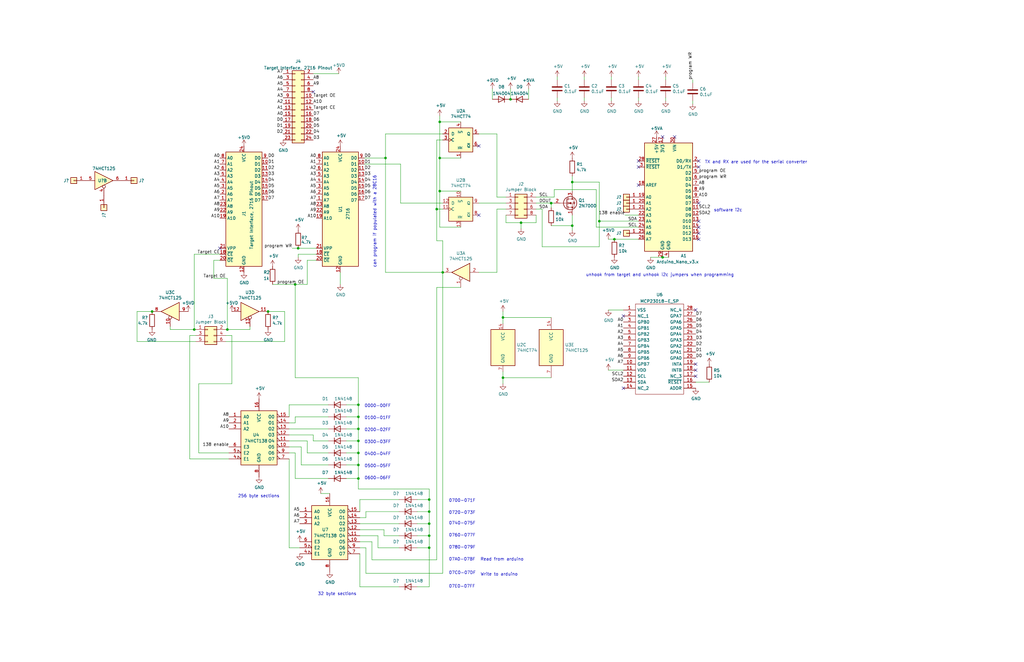
<source format=kicad_sch>
(kicad_sch (version 20211123) (generator eeschema)
  (paper "B")
  (title_block (title "Demon Debugger ROM-IO Interface - I2C Version") (date "2022-02-27") (rev "C"))
  (junction (at 180.975 220.98))
  (junction (at 241.3 95.25))
  (junction (at 184.15 88.265))
  (junction (at 252.73 93.345))
  (junction (at 186.69 114.935))
  (junction (at 180.975 215.9))
  (junction (at 124.46 120.015))
  (junction (at 212.09 133.985))
  (junction (at 125.73 104.775))
  (junction (at 215.265 41.91))
  (junction (at 232.41 85.725))
  (junction (at 185.42 66.675))
  (junction (at 64.135 131.445))
  (junction (at 259.08 100.965))
  (junction (at 279.4 108.585))
  (junction (at 151.13 180.975))
  (junction (at 180.975 226.06))
  (junction (at 151.13 170.815))
  (junction (at 81.915 139.065))
  (junction (at 185.42 80.645))
  (junction (at 212.09 159.385))
  (junction (at 180.975 231.14))
  (junction (at 95.885 139.065))
  (junction (at 180.975 210.82))
  (junction (at 151.13 186.055))
  (junction (at 241.3 76.835))
  (junction (at 185.42 51.435))
  (junction (at 219.71 93.98))
  (junction (at 113.03 131.445))
  (junction (at 151.13 201.93))
  (junction (at 151.13 175.895))
  (junction (at 151.13 196.215))
  (junction (at 151.13 191.135))
  (junction (at 162.56 66.675))
  (no_connect (at 201.93 61.595))
  (no_connect (at 279.4 57.785))
  (no_connect (at 132.08 38.735))
  (no_connect (at 293.37 153.67))
  (no_connect (at 262.89 163.83))
  (no_connect (at 294.64 93.345))
  (no_connect (at 269.24 67.945))
  (no_connect (at 284.48 57.785))
  (no_connect (at 293.37 156.21))
  (no_connect (at 269.24 70.485))
  (no_connect (at 294.64 70.485))
  (no_connect (at 294.64 98.425))
  (no_connect (at 269.24 78.105))
  (no_connect (at 294.64 95.885))
  (no_connect (at 294.64 67.945))
  (no_connect (at 294.64 85.725))
  (no_connect (at 92.71 104.775))
  (no_connect (at 294.64 100.965))
  (no_connect (at 262.89 133.35))
  (no_connect (at 293.37 130.81))
  (no_connect (at 201.93 90.805))
  (no_connect (at 293.37 158.75))
  (wire (pts (xy 256.54 100.965) (xy 259.08 100.965)))
  (wire (pts (xy 252.73 76.835) (xy 252.73 93.345)))
  (wire (pts (xy 201.93 56.515) (xy 209.55 56.515)))
  (wire (pts (xy 232.41 85.725) (xy 232.41 87.63)))
  (wire (pts (xy 83.82 161.925) (xy 97.79 161.925)))
  (wire (pts (xy 185.42 66.675) (xy 194.31 66.675)))
  (wire (pts (xy 293.37 161.29) (xy 299.085 161.29)))
  (wire (pts (xy 168.91 69.215) (xy 168.91 85.725)))
  (wire (pts (xy 233.68 83.185) (xy 233.68 80.01)))
  (wire (pts (xy 121.92 191.135) (xy 124.46 191.135)))
  (wire (pts (xy 186.69 114.935) (xy 186.69 241.935)))
  (wire (pts (xy 256.54 156.21) (xy 262.89 156.21)))
  (wire (pts (xy 105.41 139.065) (xy 105.41 137.795)))
  (wire (pts (xy 280.67 41.275) (xy 280.67 42.545)))
  (wire (pts (xy 96.52 193.675) (xy 80.01 193.675)))
  (wire (pts (xy 121.92 193.675) (xy 121.92 231.14)))
  (wire (pts (xy 124.46 178.435) (xy 124.46 175.895)))
  (wire (pts (xy 234.95 32.385) (xy 234.95 33.655)))
  (wire (pts (xy 151.765 228.6) (xy 156.845 228.6)))
  (wire (pts (xy 146.05 170.815) (xy 151.13 170.815)))
  (wire (pts (xy 132.08 186.055) (xy 138.43 186.055)))
  (wire (pts (xy 82.55 141.605) (xy 80.01 141.605)))
  (wire (pts (xy 212.09 159.385) (xy 212.09 161.925)))
  (wire (pts (xy 213.36 93.98) (xy 219.71 93.98)))
  (wire (pts (xy 215.265 37.465) (xy 215.265 41.91)))
  (wire (pts (xy 184.15 59.055) (xy 184.15 88.265)))
  (wire (pts (xy 219.71 93.98) (xy 226.06 93.98)))
  (wire (pts (xy 185.42 48.895) (xy 185.42 51.435)))
  (wire (pts (xy 71.755 139.065) (xy 71.755 137.795)))
  (wire (pts (xy 161.925 226.06) (xy 168.275 226.06)))
  (wire (pts (xy 175.895 231.14) (xy 180.975 231.14)))
  (wire (pts (xy 121.92 178.435) (xy 124.46 178.435)))
  (wire (pts (xy 124.46 159.385) (xy 124.46 120.015)))
  (wire (pts (xy 241.3 76.835) (xy 241.3 80.645)))
  (wire (pts (xy 292.1 33.655) (xy 292.1 34.925)))
  (wire (pts (xy 213.36 83.185) (xy 209.55 83.185)))
  (wire (pts (xy 121.92 175.895) (xy 121.92 170.815)))
  (wire (pts (xy 180.975 206.375) (xy 151.13 206.375)))
  (wire (pts (xy 226.06 90.805) (xy 226.06 93.98)))
  (wire (pts (xy 83.82 191.135) (xy 83.82 161.925)))
  (wire (pts (xy 151.13 186.055) (xy 151.13 191.135)))
  (wire (pts (xy 209.55 88.265) (xy 209.55 114.935)))
  (wire (pts (xy 184.15 121.285) (xy 194.31 121.285)))
  (wire (pts (xy 154.305 218.44) (xy 154.305 215.9)))
  (wire (pts (xy 133.35 109.855) (xy 129.54 109.855)))
  (wire (pts (xy 226.06 83.185) (xy 233.68 83.185)))
  (wire (pts (xy 168.275 247.65) (xy 151.765 247.65)))
  (wire (pts (xy 151.13 196.215) (xy 146.05 196.215)))
  (wire (pts (xy 127 188.595) (xy 127 196.215)))
  (wire (pts (xy 81.915 139.065) (xy 82.55 139.065)))
  (wire (pts (xy 280.67 32.385) (xy 280.67 33.655)))
  (wire (pts (xy 146.05 191.135) (xy 151.13 191.135)))
  (wire (pts (xy 135.255 208.28) (xy 139.065 208.28)))
  (wire (pts (xy 95.25 139.065) (xy 95.885 139.065)))
  (wire (pts (xy 151.13 191.135) (xy 151.13 196.215)))
  (wire (pts (xy 234.95 41.275) (xy 234.95 42.545)))
  (wire (pts (xy 186.69 101.6) (xy 186.69 114.935)))
  (wire (pts (xy 92.71 109.855) (xy 90.17 109.855)))
  (wire (pts (xy 162.56 56.515) (xy 162.56 66.675)))
  (wire (pts (xy 121.92 183.515) (xy 132.08 183.515)))
  (wire (pts (xy 228.6 88.265) (xy 228.6 104.14)))
  (wire (pts (xy 241.3 76.835) (xy 252.73 76.835)))
  (wire (pts (xy 81.915 107.315) (xy 81.915 139.065)))
  (wire (pts (xy 184.15 88.265) (xy 186.69 88.265)))
  (wire (pts (xy 162.56 56.515) (xy 186.69 56.515)))
  (wire (pts (xy 213.36 88.265) (xy 209.55 88.265)))
  (wire (pts (xy 269.24 41.275) (xy 269.24 42.545)))
  (wire (pts (xy 151.13 159.385) (xy 151.13 170.815)))
  (wire (pts (xy 121.92 170.815) (xy 138.43 170.815)))
  (wire (pts (xy 175.895 220.98) (xy 180.975 220.98)))
  (wire (pts (xy 90.17 117.475) (xy 90.17 109.855)))
  (wire (pts (xy 212.09 131.445) (xy 212.09 133.985)))
  (wire (pts (xy 292.1 42.545) (xy 292.1 43.815)))
  (wire (pts (xy 257.81 32.385) (xy 257.81 33.655)))
  (wire (pts (xy 257.81 41.275) (xy 257.81 42.545)))
  (wire (pts (xy 201.93 114.935) (xy 209.55 114.935)))
  (wire (pts (xy 212.09 156.845) (xy 212.09 159.385)))
  (wire (pts (xy 97.79 161.925) (xy 97.79 141.605)))
  (wire (pts (xy 251.46 80.01) (xy 251.46 95.885)))
  (wire (pts (xy 222.885 37.465) (xy 222.885 41.91)))
  (wire (pts (xy 57.785 144.145) (xy 57.785 131.445)))
  (wire (pts (xy 154.305 215.9) (xy 168.275 215.9)))
  (wire (pts (xy 212.09 133.985) (xy 232.41 133.985)))
  (wire (pts (xy 138.43 201.93) (xy 124.46 201.93)))
  (wire (pts (xy 269.24 93.345) (xy 252.73 93.345)))
  (wire (pts (xy 168.91 85.725) (xy 186.69 85.725)))
  (wire (pts (xy 146.05 186.055) (xy 151.13 186.055)))
  (wire (pts (xy 132.08 31.115) (xy 142.875 31.115)))
  (wire (pts (xy 146.05 180.975) (xy 151.13 180.975)))
  (wire (pts (xy 151.765 231.14) (xy 154.305 231.14)))
  (wire (pts (xy 114.935 120.015) (xy 124.46 120.015)))
  (wire (pts (xy 246.38 32.385) (xy 246.38 33.655)))
  (wire (pts (xy 162.56 114.935) (xy 186.69 114.935)))
  (wire (pts (xy 175.895 226.06) (xy 180.975 226.06)))
  (wire (pts (xy 175.895 210.82) (xy 180.975 210.82)))
  (wire (pts (xy 123.19 104.775) (xy 125.73 104.775)))
  (wire (pts (xy 184.15 59.055) (xy 186.69 59.055)))
  (wire (pts (xy 212.09 159.385) (xy 232.41 159.385)))
  (wire (pts (xy 232.41 85.725) (xy 233.68 85.725)))
  (wire (pts (xy 184.15 236.22) (xy 184.15 121.285)))
  (wire (pts (xy 71.755 139.065) (xy 81.915 139.065)))
  (wire (pts (xy 153.67 66.675) (xy 162.56 66.675)))
  (wire (pts (xy 129.54 186.055) (xy 121.92 186.055)))
  (wire (pts (xy 121.92 231.14) (xy 126.365 231.14)))
  (wire (pts (xy 251.46 95.885) (xy 269.24 95.885)))
  (wire (pts (xy 151.765 210.82) (xy 168.275 210.82)))
  (wire (pts (xy 124.46 159.385) (xy 151.13 159.385)))
  (wire (pts (xy 129.54 191.135) (xy 129.54 186.055)))
  (wire (pts (xy 124.46 120.015) (xy 129.54 120.015)))
  (wire (pts (xy 180.975 210.82) (xy 180.975 215.9)))
  (wire (pts (xy 185.42 66.675) (xy 185.42 80.645)))
  (wire (pts (xy 120.015 144.145) (xy 95.25 144.145)))
  (wire (pts (xy 241.3 74.295) (xy 241.3 76.835)))
  (wire (pts (xy 146.05 201.93) (xy 151.13 201.93)))
  (wire (pts (xy 124.46 201.93) (xy 124.46 191.135)))
  (wire (pts (xy 81.915 107.315) (xy 92.71 107.315)))
  (wire (pts (xy 121.92 180.975) (xy 138.43 180.975)))
  (wire (pts (xy 151.765 247.65) (xy 151.765 233.68)))
  (wire (pts (xy 185.42 51.435) (xy 194.31 51.435)))
  (wire (pts (xy 279.4 108.585) (xy 281.94 108.585)))
  (wire (pts (xy 80.01 141.605) (xy 80.01 193.675)))
  (wire (pts (xy 185.42 51.435) (xy 185.42 66.675)))
  (wire (pts (xy 184.15 101.6) (xy 186.69 101.6)))
  (wire (pts (xy 129.54 109.855) (xy 129.54 120.015)))
  (wire (pts (xy 125.73 104.775) (xy 133.35 104.775)))
  (wire (pts (xy 151.765 215.9) (xy 151.765 210.82)))
  (wire (pts (xy 154.305 241.935) (xy 154.305 231.14)))
  (wire (pts (xy 151.13 175.895) (xy 151.13 180.975)))
  (wire (pts (xy 124.46 175.895) (xy 138.43 175.895)))
  (wire (pts (xy 269.24 32.385) (xy 269.24 33.655)))
  (wire (pts (xy 151.765 220.98) (xy 168.275 220.98)))
  (wire (pts (xy 138.43 191.135) (xy 129.54 191.135)))
  (wire (pts (xy 185.42 80.645) (xy 194.31 80.645)))
  (wire (pts (xy 151.13 201.93) (xy 151.13 196.215)))
  (wire (pts (xy 57.785 131.445) (xy 64.135 131.445)))
  (wire (pts (xy 226.06 88.265) (xy 228.6 88.265)))
  (wire (pts (xy 263.525 90.805) (xy 269.24 90.805)))
  (wire (pts (xy 274.32 108.585) (xy 279.4 108.585)))
  (wire (pts (xy 252.73 93.345) (xy 252.73 104.14)))
  (wire (pts (xy 159.385 231.14) (xy 159.385 226.06)))
  (wire (pts (xy 151.13 206.375) (xy 151.13 201.93)))
  (wire (pts (xy 168.275 231.14) (xy 159.385 231.14)))
  (wire (pts (xy 175.895 215.9) (xy 180.975 215.9)))
  (wire (pts (xy 233.68 80.01) (xy 251.46 80.01)))
  (wire (pts (xy 209.55 83.185) (xy 209.55 56.515)))
  (wire (pts (xy 125.73 107.315) (xy 133.35 107.315)))
  (wire (pts (xy 201.93 85.725) (xy 213.36 85.725)))
  (wire (pts (xy 241.3 90.805) (xy 241.3 95.25)))
  (wire (pts (xy 161.925 223.52) (xy 161.925 226.06)))
  (wire (pts (xy 162.56 66.675) (xy 162.56 114.935)))
  (wire (pts (xy 95.885 117.475) (xy 90.17 117.475)))
  (wire (pts (xy 180.975 220.98) (xy 180.975 226.06)))
  (wire (pts (xy 156.845 228.6) (xy 156.845 236.22)))
  (wire (pts (xy 143.51 114.935) (xy 143.51 120.015)))
  (wire (pts (xy 175.895 247.65) (xy 180.975 247.65)))
  (wire (pts (xy 95.885 139.065) (xy 105.41 139.065)))
  (wire (pts (xy 184.15 88.265) (xy 184.15 101.6)))
  (wire (pts (xy 120.015 131.445) (xy 120.015 144.145)))
  (wire (pts (xy 153.67 69.215) (xy 168.91 69.215)))
  (wire (pts (xy 121.92 188.595) (xy 127 188.595)))
  (wire (pts (xy 146.05 175.895) (xy 151.13 175.895)))
  (wire (pts (xy 151.13 180.975) (xy 151.13 186.055)))
  (wire (pts (xy 113.03 131.445) (xy 120.015 131.445)))
  (wire (pts (xy 127 196.215) (xy 138.43 196.215)))
  (wire (pts (xy 180.975 231.14) (xy 180.975 247.65)))
  (wire (pts (xy 159.385 226.06) (xy 151.765 226.06)))
  (wire (pts (xy 232.41 95.25) (xy 241.3 95.25)))
  (wire (pts (xy 246.38 41.275) (xy 246.38 42.545)))
  (wire (pts (xy 259.08 100.965) (xy 269.24 100.965)))
  (wire (pts (xy 185.42 80.645) (xy 185.42 95.885)))
  (wire (pts (xy 180.975 226.06) (xy 180.975 231.14)))
  (wire (pts (xy 212.09 133.985) (xy 212.09 136.525)))
  (wire (pts (xy 228.6 104.14) (xy 252.73 104.14)))
  (wire (pts (xy 83.82 191.135) (xy 96.52 191.135)))
  (wire (pts (xy 207.645 41.91) (xy 207.645 37.465)))
  (wire (pts (xy 180.975 210.82) (xy 180.975 206.375)))
  (wire (pts (xy 226.06 85.725) (xy 232.41 85.725)))
  (wire (pts (xy 97.79 141.605) (xy 95.25 141.605)))
  (wire (pts (xy 151.13 170.815) (xy 151.13 175.895)))
  (wire (pts (xy 219.71 93.98) (xy 219.71 96.52)))
  (wire (pts (xy 241.3 95.25) (xy 241.3 97.155)))
  (wire (pts (xy 180.975 215.9) (xy 180.975 220.98)))
  (wire (pts (xy 256.54 130.81) (xy 262.89 130.81)))
  (wire (pts (xy 95.885 117.475) (xy 95.885 139.065)))
  (wire (pts (xy 151.765 223.52) (xy 161.925 223.52)))
  (wire (pts (xy 82.55 144.145) (xy 57.785 144.145)))
  (wire (pts (xy 132.08 183.515) (xy 132.08 186.055)))
  (wire (pts (xy 213.36 90.805) (xy 213.36 93.98)))
  (wire (pts (xy 185.42 95.885) (xy 194.31 95.885)))
  (wire (pts (xy 125.73 108.585) (xy 125.73 107.315)))
  (wire (pts (xy 156.845 236.22) (xy 184.15 236.22)))
  (wire (pts (xy 151.765 218.44) (xy 154.305 218.44)))
  (wire (pts (xy 154.305 241.935) (xy 186.69 241.935)))
  (text "0100-01FF" (at 153.67 177.165 0) (effects (font (size 1.27 1.27)) (justify left bottom)))
  (text "0760-077F" (at 189.23 226.695 0) (effects (font (size 1.27 1.27)) (justify left bottom)))
  (text "07A0-07BF" (at 189.23 236.855 0) (effects (font (size 1.27 1.27)) (justify left bottom)))
  (text "TX and RX are used for the serial converter" (at 297.18 69.215 0) (effects (font (size 1.27 1.27)) (justify left bottom)))
  (text "0500-05FF" (at 153.67 197.485 0) (effects (font (size 1.27 1.27)) (justify left bottom)))
  (text "0780-079F" (at 189.23 231.775 0) (effects (font (size 1.27 1.27)) (justify left bottom)))
  (text "0740-075F" (at 189.23 221.615 0) (effects (font (size 1.27 1.27)) (justify left bottom)))
  (text "256 byte sections" (at 100.33 210.185 0) (effects (font (size 1.27 1.27)) (justify left bottom)))
  (text "can program if populated with a 28C16" (at 158.75 113.03 90) (effects (font (size 1.27 1.27)) (justify left bottom)))
  (text "0200-02FF" (at 153.67 182.245 0) (effects (font (size 1.27 1.27)) (justify left bottom)))
  (text "0720-073F" (at 189.23 217.17 0) (effects (font (size 1.27 1.27)) (justify left bottom)))
  (text "0600-06FF" (at 153.67 202.565 0) (effects (font (size 1.27 1.27)) (justify left bottom)))
  (text "07E0-07FF" (at 189.23 248.285 0) (effects (font (size 1.27 1.27)) (justify left bottom)))
  (text "0000-00FF" (at 153.67 172.085 0) (effects (font (size 1.27 1.27)) (justify left bottom)))
  (text "Read from arduino" (at 202.565 236.855 0) (effects (font (size 1.27 1.27)) (justify left bottom)))
  (text "0700-071F" (at 189.23 212.09 0) (effects (font (size 1.27 1.27)) (justify left bottom)))
  (text "0400-04FF" (at 153.67 192.405 0) (effects (font (size 1.27 1.27)) (justify left bottom)))
  (text "07C0-07DF" (at 189.23 242.57 0) (effects (font (size 1.27 1.27)) (justify left bottom)))
  (text "0300-03FF" (at 153.67 187.325 0) (effects (font (size 1.27 1.27)) (justify left bottom)))
  (text "unhook from target and unhook i2c jumpers when programming" (at 247.015 116.84 0) (effects (font (size 1.27 1.27)) (justify left bottom)))
  (text "32 byte sections" (at 133.985 251.46 0) (effects (font (size 1.27 1.27)) (justify left bottom)))
  (text "Write to arduino" (at 202.565 243.205 0) (effects (font (size 1.27 1.27)) (justify left bottom)))
  (text "software i2c" (at 300.99 89.535 0) (effects (font (size 1.27 1.27)) (justify left bottom)))
  (label "D4" (at 293.37 140.97 0))
  (label "A5" (at 92.71 79.375 180))
  (label "A9" (at 96.52 178.435 180))
  (label "A4" (at 133.35 76.835 180))
  (label "A10" (at 133.35 92.075 180))
  (label "A9" (at 92.71 89.535 180))
  (label "D6" (at 153.67 81.915 0))
  (label "A10" (at 92.71 92.075 180))
  (label "A10" (at 294.64 83.185 0))
  (label "program WR" (at 292.1 33.655 90))
  (label "D2" (at 153.67 71.755 0))
  (label "D6" (at 293.37 135.89 0))
  (label "D7" (at 153.67 84.455 0))
  (label "A9" (at 294.64 80.645 0))
  (label "Target OE" (at 95.25 117.475 180))
  (label "A6" (at 92.71 81.915 180))
  (label "D1" (at 119.38 53.975 180))
  (label "Target CE" (at 132.08 46.355 0))
  (label "program WR" (at 123.19 104.775 180))
  (label "A1" (at 133.35 69.215 180))
  (label "D4" (at 113.03 76.835 0))
  (label "A1" (at 92.71 69.215 180))
  (label "A3" (at 262.89 143.51 180))
  (label "A1" (at 262.89 138.43 180))
  (label "A4" (at 119.38 38.735 180))
  (label "A8" (at 132.08 33.655 0))
  (label "A3" (at 133.35 74.295 180))
  (label "D2" (at 119.38 56.515 180))
  (label "D0" (at 119.38 51.435 180))
  (label "D3" (at 113.03 74.295 0))
  (label "SCL2" (at 294.64 88.265 0))
  (label "A7" (at 126.365 220.98 180))
  (label "A7" (at 119.38 31.115 180))
  (label "D7" (at 113.03 84.455 0))
  (label "D0" (at 293.37 151.13 0))
  (label "A2" (at 119.38 43.815 180))
  (label "SDA" (at 268.605 93.345 180))
  (label "A7" (at 133.35 84.455 180))
  (label "SDA2" (at 262.89 161.29 180))
  (label "A2" (at 92.71 71.755 180))
  (label "A6" (at 133.35 81.915 180))
  (label "D5" (at 113.03 79.375 0))
  (label "D4" (at 153.67 76.835 0))
  (label "D7" (at 293.37 133.35 0))
  (label "D0" (at 113.03 66.675 0))
  (label "D6" (at 132.08 51.435 0))
  (label "DOUT" (at 227.33 85.725 0))
  (label "A6" (at 126.365 218.44 180))
  (label "A3" (at 119.38 41.275 180))
  (label "program OE" (at 294.64 73.025 0))
  (label "A2" (at 133.35 71.755 180))
  (label "A10" (at 96.52 180.975 180))
  (label "A0" (at 133.35 66.675 180))
  (label "SDA" (at 227.33 88.265 0))
  (label "A3" (at 92.71 74.295 180))
  (label "A2" (at 262.89 140.97 180))
  (label "A4" (at 262.89 146.05 180))
  (label "SDA2" (at 294.64 90.805 0))
  (label "A5" (at 133.35 79.375 180))
  (label "D5" (at 293.37 138.43 0))
  (label "A8" (at 294.64 78.105 0))
  (label "A10" (at 132.08 43.815 0))
  (label "A9" (at 133.35 89.535 180))
  (label "D2" (at 113.03 71.755 0))
  (label "Target OE" (at 132.08 41.275 0))
  (label "A5" (at 126.365 215.9 180))
  (label "A7" (at 92.71 84.455 180))
  (label "A0" (at 262.89 135.89 180))
  (label "138 enable" (at 96.52 188.595 180))
  (label "D3" (at 132.08 59.055 0))
  (label "D3" (at 153.67 74.295 0))
  (label "A1" (at 119.38 46.355 180))
  (label "A7" (at 262.89 153.67 180))
  (label "A0" (at 119.38 48.895 180))
  (label "A5" (at 262.89 148.59 180))
  (label "D7" (at 132.08 48.895 0))
  (label "A8" (at 133.35 86.995 180))
  (label "D6" (at 113.03 81.915 0))
  (label "D5" (at 132.08 53.975 0))
  (label "D1" (at 113.03 69.215 0))
  (label "A0" (at 92.71 66.675 180))
  (label "D1" (at 293.37 148.59 0))
  (label "D4" (at 132.08 56.515 0))
  (label "SCL" (at 268.605 95.885 180))
  (label "program OE" (at 116.84 120.015 0))
  (label "A8" (at 96.52 175.895 180))
  (label "138 enable" (at 263.525 90.805 180))
  (label "D5" (at 153.67 79.375 0))
  (label "A4" (at 92.71 76.835 180))
  (label "D0" (at 153.67 66.675 0))
  (label "A6" (at 262.89 151.13 180))
  (label "A6" (at 119.38 33.655 180))
  (label "A9" (at 132.08 36.195 0))
  (label "D3" (at 293.37 143.51 0))
  (label "Target CE" (at 92.71 107.315 180))
  (label "SCL" (at 227.33 83.185 0))
  (label "D1" (at 153.67 69.215 0))
  (label "A8" (at 92.71 86.995 180))
  (label "SCL2" (at 262.89 158.75 180))
  (label "program WR" (at 294.64 75.565 0))
  (label "A5" (at 119.38 36.195 180))
  (label "D2" (at 293.37 146.05 0))
  (symbol (lib_id "power:GND") (at 143.51 120.015 0) (unit 1)
    (property "Reference" "#PWR0101" (effects hide))
    (property "Value" "GND" (at 143.637 124.4092 0))
  )
  (symbol (lib_id "power:+5V") (at 143.51 61.595 0) (unit 1)
    (property "Reference" "#PWR0103" (effects hide))
    (property "Value" "+5V" (at 143.891 57.2008 0))
  )
  (symbol (lib_id "power:GND") (at 241.3 97.155 0) (unit 1)
    (property "Reference" "#PWR0106" (effects hide))
    (property "Value" "GND" (at 241.427 101.5492 0))
  )
  (symbol (lib_id "Memory_EPROM:2716") (at 143.51 86.995 0) (unit 1)
    (property "Reference" "U1" (at 143.51 88.265 90))
    (property "Value" "2716" (at 146.685 90.17 90))
    (property "Footprint" "Package_DIP:DIP-24_W15.24mm_Socket" (effects hide))
    (property "Datasheet" "http://ww1.microchip.com/downloads/en/DeviceDoc/11107M.pdf" (effects hide))
  )
  (symbol (lib_id "Memory_EPROM:2716") (at 102.87 86.995 0) (unit 1)
    (property "Reference" "J1" (at 102.87 90.17 90))
    (property "Value" "Target Interface, 2716 Pinout" (at 106.045 90.805 90))
    (property "Footprint" "Package_DIP:DIP-24_W15.24mm_Socket" (effects hide))
    (property "Datasheet" "http://ww1.microchip.com/downloads/en/DeviceDoc/11107M.pdf" (effects hide))
  )
  (symbol (lib_id "power:GND") (at 102.87 114.935 0) (unit 1)
    (property "Reference" "#PWR0104" (effects hide))
    (property "Value" "GND" (at 102.997 119.3292 0))
  )
  (symbol (lib_id "74xx:74HC74") (at 194.31 59.055 0) (unit 1)
    (property "Reference" "U2" (at 194.31 46.8376 0))
    (property "Value" "74HCT74" (at 194.31 49.149 0))
    (property "Footprint" "Package_DIP:DIP-14_W7.62mm" (effects hide))
    (property "Datasheet" "74xx/74hc_hct74.pdf" (effects hide))
  )
  (symbol (lib_id "74xx:74HC74") (at 194.31 88.265 0) (unit 2)
    (property "Reference" "U2" (at 194.31 76.0476 0))
    (property "Value" "74HCT74" (at 194.31 78.359 0))
    (property "Footprint" "Package_DIP:DIP-14_W7.62mm" (effects hide))
    (property "Datasheet" "74xx/74hc_hct74.pdf" (effects hide))
  )
  (symbol (lib_id "74xx:74LS125") (at 194.31 114.935 0) (mirror y) (unit 1)
    (property "Reference" "U3" (at 194.31 106.8832 0))
    (property "Value" "74HCT125" (at 194.31 109.1946 0))
    (property "Footprint" "Package_DIP:DIP-14_W7.62mm" (effects hide))
    (property "Datasheet" "http://www.ti.com/lit/gpn/sn74LS125" (effects hide))
  )
  (symbol (lib_id "74xx:74LS125") (at 232.41 146.685 0) (unit 5)
    (property "Reference" "U3" (at 238.252 145.5166 0) (effects (justify left)))
    (property "Value" "74HCT125" (at 238.252 147.828 0) (effects (justify left)))
    (property "Footprint" "Package_DIP:DIP-14_W7.62mm" (effects hide))
    (property "Datasheet" "http://www.ti.com/lit/gpn/sn74LS125" (effects hide))
  )
  (symbol (lib_id "74xx:74LS138") (at 109.22 183.515 0) (unit 1)
    (property "Reference" "U4" (at 107.95 183.515 0))
    (property "Value" "74HCT138" (at 107.95 186.055 0))
    (property "Footprint" "Package_DIP:DIP-16_W7.62mm" (effects hide))
    (property "Datasheet" "http://www.ti.com/lit/gpn/sn74LS138" (effects hide))
  )
  (symbol (lib_id "74xx:74HC74") (at 212.09 146.685 0) (unit 3)
    (property "Reference" "U2" (at 217.932 145.5166 0) (effects (justify left)))
    (property "Value" "74HCT74" (at 217.932 147.828 0) (effects (justify left)))
    (property "Footprint" "Package_DIP:DIP-14_W7.62mm" (effects hide))
    (property "Datasheet" "74xx/74hc_hct74.pdf" (effects hide))
  )
  (symbol (lib_id "power:+5V") (at 212.09 131.445 0) (unit 1)
    (property "Reference" "#PWR0112" (effects hide))
    (property "Value" "+5V" (at 212.471 127.0508 0))
  )
  (symbol (lib_id "power:GND") (at 212.09 161.925 0) (unit 1)
    (property "Reference" "#PWR0113" (effects hide))
    (property "Value" "GND" (at 212.217 166.3192 0))
  )
  (symbol (lib_id "power:+5V") (at 109.22 168.275 0) (unit 1)
    (property "Reference" "#PWR0102" (effects hide))
    (property "Value" "+5V" (at 109.601 163.8808 0))
  )
  (symbol (lib_id "Device:C") (at 234.95 37.465 0) (unit 1)
    (property "Reference" "C1" (at 237.871 36.2966 0) (effects (justify left)))
    (property "Value" "0.1uF" (at 237.871 38.608 0) (effects (justify left)))
    (property "Footprint" "Capacitor_THT:C_Axial_L3.8mm_D2.6mm_P7.50mm_Horizontal" (effects hide))
  )
  (symbol (lib_id "power:+5V") (at 234.95 32.385 0) (unit 1)
    (property "Reference" "#PWR0114" (effects hide))
    (property "Value" "+5V" (at 235.331 27.9908 0))
  )
  (symbol (lib_id "power:GND") (at 234.95 42.545 0) (unit 1)
    (property "Reference" "#PWR0115" (effects hide))
    (property "Value" "GND" (at 235.077 46.9392 0))
  )
  (symbol (lib_id "Device:C") (at 246.38 37.465 0) (unit 1)
    (property "Reference" "C2" (at 249.301 36.2966 0) (effects (justify left)))
    (property "Value" "0.1uF" (at 249.301 38.608 0) (effects (justify left)))
    (property "Footprint" "Capacitor_THT:C_Axial_L3.8mm_D2.6mm_P7.50mm_Horizontal" (effects hide))
  )
  (symbol (lib_id "power:+5V") (at 246.38 32.385 0) (unit 1)
    (property "Reference" "#PWR0116" (effects hide))
    (property "Value" "+5V" (at 246.761 27.9908 0))
  )
  (symbol (lib_id "power:GND") (at 246.38 42.545 0) (unit 1)
    (property "Reference" "#PWR0117" (effects hide))
    (property "Value" "GND" (at 246.507 46.9392 0))
  )
  (symbol (lib_id "Device:C") (at 257.81 37.465 0) (unit 1)
    (property "Reference" "C3" (at 260.731 36.2966 0) (effects (justify left)))
    (property "Value" "0.1uF" (at 260.731 38.608 0) (effects (justify left)))
    (property "Footprint" "Capacitor_THT:C_Axial_L3.8mm_D2.6mm_P7.50mm_Horizontal" (effects hide))
  )
  (symbol (lib_id "power:+5V") (at 257.81 32.385 0) (unit 1)
    (property "Reference" "#PWR0118" (effects hide))
    (property "Value" "+5V" (at 258.191 27.9908 0))
  )
  (symbol (lib_id "power:GND") (at 257.81 42.545 0) (unit 1)
    (property "Reference" "#PWR0119" (effects hide))
    (property "Value" "GND" (at 257.937 46.9392 0))
  )
  (symbol (lib_id "Transistor_FET:2N7000") (at 238.76 85.725 0) (unit 1)
    (property "Reference" "Q1" (at 243.9416 84.5566 0) (effects (justify left)))
    (property "Value" "2N7000" (at 243.9416 86.868 0) (effects (justify left)))
    (property "Footprint" "Package_TO_SOT_THT:TO-92_Inline" (effects hide))
    (property "Datasheet" "https://www.onsemi.com/pub/Collateral/NDS7002A-D.PDF" (effects hide))
  )
  (symbol (lib_id "power:GND") (at 109.22 201.295 0) (unit 1)
    (property "Reference" "#PWR0126" (effects hide))
    (property "Value" "GND" (at 109.347 205.6892 0))
  )
  (symbol (lib_id "Device:R") (at 114.935 116.205 0) (unit 1)
    (property "Reference" "R2" (at 111.125 114.935 0) (effects (justify left)))
    (property "Value" "1k" (at 111.125 117.475 0) (effects (justify left)))
    (property "Footprint" "Resistor_THT:R_Axial_DIN0207_L6.3mm_D2.5mm_P2.54mm_Vertical" (effects hide))
  )
  (symbol (lib_id "power:+5V") (at 114.935 112.395 0) (unit 1)
    (property "Reference" "#PWR0127" (effects hide))
    (property "Value" "+5V" (at 115.316 108.0008 0))
  )
  (symbol (lib_id "power:GND") (at 274.32 108.585 0) (unit 1)
    (property "Reference" "#PWR0108" (effects hide))
    (property "Value" "GND" (at 274.447 112.9792 0))
  )
  (symbol (lib_id "MCU_Module:Arduino_Nano_v3.x") (at 281.94 83.185 0) (mirror y) (unit 1)
    (property "Reference" "A1" (at 288.29 107.95 0))
    (property "Value" "Arduino_Nano_v3.x" (at 285.75 110.49 0))
    (property "Footprint" "Module:Arduino_Nano" (effects hide))
    (property "Datasheet" "http://www.mouser.com/pdfdocs/Gravitech_Arduino_Nano3_0.pdf" (effects hide))
  )
  (symbol (lib_id "Device:R") (at 241.3 70.485 0) (unit 1)
    (property "Reference" "R1" (at 243.078 69.3166 0) (effects (justify left)))
    (property "Value" "4.7k" (at 243.078 71.628 0) (effects (justify left)))
    (property "Footprint" "Resistor_THT:R_Axial_DIN0207_L6.3mm_D2.5mm_P2.54mm_Vertical" (effects hide))
  )
  (symbol (lib_id "power:+5V") (at 241.3 66.675 0) (unit 1)
    (property "Reference" "#PWR0109" (effects hide))
    (property "Value" "+5V" (at 241.681 62.2808 0))
  )
  (symbol (lib_id "power:GND") (at 125.73 108.585 0) (unit 1)
    (property "Reference" "#PWR0111" (effects hide))
    (property "Value" "GND" (at 125.857 112.9792 0))
  )
  (symbol (lib_id "power:+5V") (at 185.42 48.895 0) (unit 1)
    (property "Reference" "#PWR0110" (effects hide))
    (property "Value" "+5V" (at 185.801 44.5008 0))
  )
  (symbol (lib_id "power:GND") (at 219.71 96.52 0) (unit 1)
    (property "Reference" "#PWR0121" (effects hide))
    (property "Value" "GND" (at 219.837 100.9142 0))
  )
  (symbol (lib_id "Connector_Generic:Conn_02x04_Odd_Even") (at 218.44 85.725 0) (unit 1)
    (property "Reference" "J2" (at 219.71 77.6732 0))
    (property "Value" "Jumper Block" (at 219.71 79.9846 0))
    (property "Footprint" "Connector_PinHeader_2.54mm:PinHeader_2x04_P2.54mm_Vertical" (effects hide))
  )
  (symbol (lib_id "Device:C") (at 269.24 37.465 0) (unit 1)
    (property "Reference" "C4" (at 272.161 36.2966 0) (effects (justify left)))
    (property "Value" "0.1uF" (at 272.161 38.608 0) (effects (justify left)))
    (property "Footprint" "Capacitor_THT:C_Axial_L3.8mm_D2.6mm_P7.50mm_Horizontal" (effects hide))
  )
  (symbol (lib_id "power:+5V") (at 269.24 32.385 0) (unit 1)
    (property "Reference" "#PWR0128" (effects hide))
    (property "Value" "+5V" (at 269.621 27.9908 0))
  )
  (symbol (lib_id "power:GND") (at 269.24 42.545 0) (unit 1)
    (property "Reference" "#PWR0125" (effects hide))
    (property "Value" "GND" (at 269.367 46.9392 0))
  )
  (symbol (lib_id "Device:C") (at 280.67 37.465 0) (unit 1)
    (property "Reference" "C5" (at 283.591 36.2966 0) (effects (justify left)))
    (property "Value" "0.1uF" (at 283.591 38.608 0) (effects (justify left)))
    (property "Footprint" "Capacitor_THT:C_Axial_L3.8mm_D2.6mm_P7.50mm_Horizontal" (effects hide))
  )
  (symbol (lib_id "power:+5V") (at 280.67 32.385 0) (unit 1)
    (property "Reference" "#PWR0129" (effects hide))
    (property "Value" "+5V" (at 281.051 27.9908 0))
  )
  (symbol (lib_id "power:GND") (at 280.67 42.545 0) (unit 1)
    (property "Reference" "#PWR0130" (effects hide))
    (property "Value" "GND" (at 280.797 46.9392 0))
  )
  (symbol (lib_id "Connector_Generic:Conn_02x03_Odd_Even") (at 87.63 141.605 0) (unit 1)
    (property "Reference" "J3" (at 88.9 133.5532 0))
    (property "Value" "Jumper Block" (at 88.9 135.8646 0))
    (property "Footprint" "Connector_PinHeader_2.54mm:PinHeader_2x03_P2.54mm_Vertical" (effects hide))
  )
  (symbol (lib_id "Diode:1N4148") (at 142.24 170.815 0) (unit 1)
    (property "Reference" "D1" (at 137.16 168.275 0))
    (property "Value" "1N4148" (at 144.78 168.275 0))
    (property "Footprint" "Diode_THT:D_DO-35_SOD27_P2.54mm_Vertical_AnodeUp" (effects hide))
    (property "Datasheet" "https://assets.nexperia.com/documents/data-sheet/1N4148_1N4448.pdf" (effects hide))
  )
  (symbol (lib_id "power:GND") (at 126.365 233.68 0) (unit 1)
    (property "Reference" "#PWR?" (effects hide))
    (property "Value" "GND" (at 126.492 238.0742 0))
  )
  (symbol (lib_id "mouser:MCP23018-E_SP") (at 262.89 130.81 0) (unit 1)
    (property "Reference" "U6" (at 278.13 124.3543 0))
    (property "Value" "MCP23018-E_SP" (at 278.13 127.1294 0))
    (property "Footprint" "Package_DIP:DIP-28_W7.62mm" (effects hide))
    (property "Datasheet" "https://componentsearchengine.com/Datasheets/1/MCP23018-E_SP.pdf" (effects hide))
    (property "Description" "Microchip MCP23018-E/SP I/O Expander, 28-Pin SPDIP" (effects hide))
    (property "Height" "5.08" (effects hide))
    (property "Mouser Part Number" "579-MCP23018-E/SP" (effects hide))
    (property "Mouser Price/Stock" "https://www.mouser.co.uk/ProductDetail/Microchip-Technology/MCP23018-E-SP?qs=rTzW0HAgjYPi3CrOYquyXg%3D%3D" (effects hide))
    (property "Manufacturer_Name" "Microchip" (effects hide))
    (property "Manufacturer_Part_Number" "MCP23018-E/SP" (effects hide))
  )
  (symbol (lib_id "Device:R") (at 299.085 157.48 0) (unit 1)
    (property "Reference" "R5" (at 300.863 156.3116 0) (effects (justify left)))
    (property "Value" "10k" (at 300.863 158.623 0) (effects (justify left)))
    (property "Footprint" "Resistor_THT:R_Axial_DIN0207_L6.3mm_D2.5mm_P2.54mm_Vertical" (effects hide))
  )
  (symbol (lib_id "power:+5VD") (at 142.875 31.115 0) (unit 1)
    (property "Reference" "#PWR0134" (effects hide))
    (property "Value" "+5VD" (at 142.875 27.5105 0))
  )
  (symbol (lib_id "power:+5VA") (at 276.86 57.785 0) (unit 1)
    (property "Reference" "#PWR0131" (effects hide))
    (property "Value" "+5VA" (at 276.86 54.1805 0))
  )
  (symbol (lib_id "power:GND") (at 292.1 43.815 0) (unit 1)
    (property "Reference" "#PWR0124" (effects hide))
    (property "Value" "GND" (at 292.227 48.2092 0))
  )
  (symbol (lib_id "74xx:74LS125") (at 43.815 76.2 0) (unit 2)
    (property "Reference" "U?" (at 43.18 76.2 0))
    (property "Value" "74HCT125" (at 43.815 71.12 0))
    (property "Footprint" "Package_DIP:DIP-14_W7.62mm" (effects hide))
    (property "Datasheet" "http://www.ti.com/lit/gpn/sn74LS125" (effects hide))
  )
  (symbol (lib_id "Diode:1N4148") (at 172.085 231.14 0) (unit 1)
    (property "Reference" "D?" (at 167.005 228.6 0))
    (property "Value" "1N4148" (at 174.625 228.6 0))
    (property "Footprint" "Diode_THT:D_DO-35_SOD27_P2.54mm_Vertical_AnodeUp" (effects hide))
    (property "Datasheet" "https://assets.nexperia.com/documents/data-sheet/1N4148_1N4448.pdf" (effects hide))
  )
  (symbol (lib_id "Diode:1N4148") (at 172.085 215.9 0) (unit 1)
    (property "Reference" "D?" (at 167.005 213.36 0))
    (property "Value" "1N4148" (at 174.625 213.36 0))
    (property "Footprint" "Diode_THT:D_DO-35_SOD27_P2.54mm_Vertical_AnodeUp" (effects hide))
    (property "Datasheet" "https://assets.nexperia.com/documents/data-sheet/1N4148_1N4448.pdf" (effects hide))
  )
  (symbol (lib_id "Diode:1N4148") (at 172.085 220.98 0) (unit 1)
    (property "Reference" "D?" (at 167.005 218.44 0))
    (property "Value" "1N4148" (at 174.625 218.44 0))
    (property "Footprint" "Diode_THT:D_DO-35_SOD27_P2.54mm_Vertical_AnodeUp" (effects hide))
    (property "Datasheet" "https://assets.nexperia.com/documents/data-sheet/1N4148_1N4448.pdf" (effects hide))
  )
  (symbol (lib_id "power:+5V") (at 256.54 156.21 0) (unit 1)
    (property "Reference" "#PWR0120" (effects hide))
    (property "Value" "+5V" (at 256.921 151.8158 0))
  )
  (symbol (lib_id "power:GND") (at 256.54 130.81 0) (unit 1)
    (property "Reference" "#PWR0105" (effects hide))
    (property "Value" "GND" (at 256.667 135.2042 0))
  )
  (symbol (lib_id "Diode:1N4148") (at 142.24 201.93 0) (unit 1)
    (property "Reference" "D7" (at 137.16 199.39 0))
    (property "Value" "1N4148" (at 144.78 199.39 0))
    (property "Footprint" "Diode_THT:D_DO-35_SOD27_P2.54mm_Vertical_AnodeUp" (effects hide))
    (property "Datasheet" "https://assets.nexperia.com/documents/data-sheet/1N4148_1N4448.pdf" (effects hide))
  )
  (symbol (lib_id "Diode:1N4148") (at 142.24 196.215 0) (unit 1)
    (property "Reference" "D6" (at 137.16 193.675 0))
    (property "Value" "1N4148" (at 144.78 193.675 0))
    (property "Footprint" "Diode_THT:D_DO-35_SOD27_P2.54mm_Vertical_AnodeUp" (effects hide))
    (property "Datasheet" "https://assets.nexperia.com/documents/data-sheet/1N4148_1N4448.pdf" (effects hide))
  )
  (symbol (lib_id "Connector_Generic:Conn_01x01") (at 264.16 88.265 180) (unit 1)
    (property "Reference" "J?" (at 260.985 88.265 0))
    (property "Value" "Conn_01x01" (effects hide))
  )
  (symbol (lib_id "power:+5V") (at 135.255 208.28 0) (unit 1)
    (property "Reference" "#PWR?" (effects hide))
    (property "Value" "+5V" (at 135.636 203.8858 0))
  )
  (symbol (lib_id "power:GND") (at 293.37 163.83 0) (unit 1)
    (property "Reference" "#PWR0122" (effects hide))
    (property "Value" "GND" (at 293.497 168.2242 0))
  )
  (symbol (lib_id "power:GND") (at 113.03 139.065 0) (unit 1)
    (property "Reference" "#PWR?" (effects hide))
    (property "Value" "GND" (at 113.157 143.4592 0))
  )
  (symbol (lib_id "power:+5V") (at 215.265 37.465 0) (unit 1)
    (property "Reference" "#PWR0136" (effects hide))
    (property "Value" "+5V" (at 215.646 33.0708 0))
  )
  (symbol (lib_id "Diode:1N4148") (at 172.085 226.06 0) (unit 1)
    (property "Reference" "D?" (at 167.005 223.52 0))
    (property "Value" "1N4148" (at 174.625 223.52 0))
    (property "Footprint" "Diode_THT:D_DO-35_SOD27_P2.54mm_Vertical_AnodeUp" (effects hide))
    (property "Datasheet" "https://assets.nexperia.com/documents/data-sheet/1N4148_1N4448.pdf" (effects hide))
  )
  (symbol (lib_id "Device:R") (at 259.08 104.775 0) (unit 1)
    (property "Reference" "R?" (at 260.858 103.6066 0) (effects (justify left)))
    (property "Value" "10k" (at 260.858 105.918 0) (effects (justify left)))
    (property "Footprint" "Resistor_THT:R_Axial_DIN0207_L6.3mm_D2.5mm_P2.54mm_Vertical" (effects hide))
  )
  (symbol (lib_id "Device:R") (at 125.73 100.965 0) (unit 1)
    (property "Reference" "R?" (at 127 100.33 0) (effects (justify left)))
    (property "Value" "4.7k" (at 127 102.235 0) (effects (justify left)))
    (property "Footprint" "Resistor_THT:R_Axial_DIN0207_L6.3mm_D2.5mm_P2.54mm_Vertical" (effects hide))
  )
  (symbol (lib_id "Device:R") (at 113.03 135.255 0) (unit 1)
    (property "Reference" "R?" (at 114.808 134.0866 0) (effects (justify left)))
    (property "Value" "4.7k" (at 114.808 136.398 0) (effects (justify left)))
    (property "Footprint" "Resistor_THT:R_Axial_DIN0207_L6.3mm_D2.5mm_P2.54mm_Vertical" (effects hide))
  )
  (symbol (lib_id "Device:R") (at 64.135 135.255 0) (mirror y) (unit 1)
    (property "Reference" "R?" (at 62.357 134.0866 0) (effects (justify left)))
    (property "Value" "4.7k" (at 62.357 136.398 0) (effects (justify left)))
    (property "Footprint" "Resistor_THT:R_Axial_DIN0207_L6.3mm_D2.5mm_P2.54mm_Vertical" (effects hide))
  )
  (symbol (lib_id "power:+5V") (at 126.365 228.6 0) (unit 1)
    (property "Reference" "#PWR?" (effects hide))
    (property "Value" "+5V" (at 126.746 224.2058 0))
  )
  (symbol (lib_id "74xx:74LS138") (at 139.065 223.52 0) (unit 1)
    (property "Reference" "U7" (at 137.16 223.52 0))
    (property "Value" "74HCT138" (at 137.16 226.06 0))
    (property "Footprint" "Package_DIP:DIP-16_W7.62mm" (effects hide))
    (property "Datasheet" "http://www.ti.com/lit/gpn/sn74LS138" (effects hide))
  )
  (symbol (lib_id "74xx:74LS125") (at 105.41 131.445 0) (unit 4)
    (property "Reference" "U3" (at 105.41 123.3932 0))
    (property "Value" "74HCT125" (at 105.41 125.7046 0))
    (property "Footprint" "Package_DIP:DIP-14_W7.62mm" (effects hide))
    (property "Datasheet" "http://www.ti.com/lit/gpn/sn74LS125" (effects hide))
  )
  (symbol (lib_id "Diode:1N4148") (at 142.24 180.975 0) (unit 1)
    (property "Reference" "D3" (at 137.16 178.435 0))
    (property "Value" "1N4148" (at 144.78 178.435 0))
    (property "Footprint" "Diode_THT:D_DO-35_SOD27_P2.54mm_Vertical_AnodeUp" (effects hide))
    (property "Datasheet" "https://assets.nexperia.com/documents/data-sheet/1N4148_1N4448.pdf" (effects hide))
  )
  (symbol (lib_id "Diode:1N4148") (at 142.24 175.895 0) (unit 1)
    (property "Reference" "D2" (at 137.16 173.355 0))
    (property "Value" "1N4148" (at 144.78 173.355 0))
    (property "Footprint" "Diode_THT:D_DO-35_SOD27_P2.54mm_Vertical_AnodeUp" (effects hide))
    (property "Datasheet" "https://assets.nexperia.com/documents/data-sheet/1N4148_1N4448.pdf" (effects hide))
  )
  (symbol (lib_id "Connector_Generic:Conn_01x01") (at 264.16 98.425 180) (unit 1)
    (property "Reference" "J?" (at 260.985 98.425 0))
    (property "Value" "Conn_01x01" (effects hide))
  )
  (symbol (lib_id "Diode:1N4148") (at 142.24 191.135 0) (unit 1)
    (property "Reference" "D5" (at 137.16 188.595 0))
    (property "Value" "1N4148" (at 144.78 188.595 0))
    (property "Footprint" "Diode_THT:D_DO-35_SOD27_P2.54mm_Vertical_AnodeUp" (effects hide))
    (property "Datasheet" "https://assets.nexperia.com/documents/data-sheet/1N4148_1N4448.pdf" (effects hide))
  )
  (symbol (lib_id "power:GND") (at 119.38 59.055 0) (unit 1)
    (property "Reference" "#PWR0135" (effects hide))
    (property "Value" "GND" (at 119.507 63.4492 0))
  )
  (symbol (lib_id "Device:R") (at 232.41 91.44 0) (unit 1)
    (property "Reference" "R4" (at 234.188 90.2716 0) (effects (justify left)))
    (property "Value" "10k" (at 234.188 92.583 0) (effects (justify left)))
    (property "Footprint" "Resistor_THT:R_Axial_DIN0207_L6.3mm_D2.5mm_P2.54mm_Vertical" (effects hide))
  )
  (symbol (lib_id "power:+5VD") (at 102.87 61.595 0) (unit 1)
    (property "Reference" "#PWR0132" (effects hide))
    (property "Value" "+5VD" (at 102.87 57.9905 0))
  )
  (symbol (lib_id "power:+5VD") (at 97.79 131.445 0) (unit 1)
    (property "Reference" "#PWR?" (effects hide))
    (property "Value" "+5VD" (at 97.79 127.8405 0))
  )
  (symbol (lib_id "power:+5V") (at 299.085 153.67 0) (unit 1)
    (property "Reference" "#PWR0123" (effects hide))
    (property "Value" "+5V" (at 299.466 149.2758 0))
  )
  (symbol (lib_id "power:GND") (at 64.135 139.065 0) (mirror y) (unit 1)
    (property "Reference" "#PWR?" (effects hide))
    (property "Value" "GND" (at 64.008 143.4592 0))
  )
  (symbol (lib_id "74xx:74LS125") (at 71.755 131.445 0) (mirror y) (unit 3)
    (property "Reference" "U3" (at 71.755 123.3932 0))
    (property "Value" "74HCT125" (at 71.755 125.7046 0))
    (property "Footprint" "Package_DIP:DIP-14_W7.62mm" (effects hide))
    (property "Datasheet" "http://www.ti.com/lit/gpn/sn74LS125" (effects hide))
  )
  (symbol (lib_id "Connector_Generic:Conn_01x01") (at 43.815 87.63 270) (unit 1)
    (property "Reference" "J?" (at 43.815 90.805 0))
    (property "Value" "Conn_01x01" (effects hide))
  )
  (symbol (lib_id "Diode:1N4004") (at 219.075 41.91 0) (unit 1)
    (property "Reference" "D9" (at 219.075 36.6735 0))
    (property "Value" "1N4004" (at 219.075 39.4486 0))
    (property "Footprint" "Diode_THT:D_DO-41_SOD81_P2.54mm_Vertical_AnodeUp" (effects hide))
    (property "Datasheet" "http://www.vishay.com/docs/88503/1n4001.pdf" (effects hide))
  )
  (symbol (lib_id "power:GND") (at 139.065 241.3 0) (unit 1)
    (property "Reference" "#PWR?" (effects hide))
    (property "Value" "GND" (at 139.192 245.6942 0))
  )
  (symbol (lib_id "Diode:1N4148") (at 172.085 247.65 0) (unit 1)
    (property "Reference" "D?" (at 167.005 245.11 0))
    (property "Value" "1N4148" (at 174.625 245.11 0))
    (property "Footprint" "Diode_THT:D_DO-35_SOD27_P2.54mm_Vertical_AnodeUp" (effects hide))
    (property "Datasheet" "https://assets.nexperia.com/documents/data-sheet/1N4148_1N4448.pdf" (effects hide))
  )
  (symbol (lib_id "power:+5VD") (at 207.645 37.465 0) (unit 1)
    (property "Reference" "#PWR0138" (effects hide))
    (property "Value" "+5VD" (at 207.645 33.8605 0))
  )
  (symbol (lib_id "Connector_Generic:Conn_01x01") (at 31.115 76.2 180) (unit 1)
    (property "Reference" "J?" (at 27.94 76.2 0))
    (property "Value" "Conn_01x01" (effects hide))
  )
  (symbol (lib_id "power:+5VA") (at 222.885 37.465 0) (unit 1)
    (property "Reference" "#PWR0137" (effects hide))
    (property "Value" "+5VA" (at 222.885 33.8605 0))
  )
  (symbol (lib_id "power:+5VD") (at 256.54 100.965 0) (unit 1)
    (property "Reference" "#PWR0107" (effects hide))
    (property "Value" "+5VD" (at 256.54 97.155 0))
  )
  (symbol (lib_id "Diode:1N4148") (at 142.24 186.055 0) (unit 1)
    (property "Reference" "D4" (at 137.16 183.515 0))
    (property "Value" "1N4148" (at 144.78 183.515 0))
    (property "Footprint" "Diode_THT:D_DO-35_SOD27_P2.54mm_Vertical_AnodeUp" (effects hide))
    (property "Datasheet" "https://assets.nexperia.com/documents/data-sheet/1N4148_1N4448.pdf" (effects hide))
  )
  (symbol (lib_id "Connector_Generic:Conn_02x12_Odd_Even") (at 124.46 43.815 0) (unit 1)
    (property "Reference" "J4" (at 125.73 25.8785 0))
    (property "Value" "Target Interface, 2716 Pinout" (at 125.73 28.6536 0))
    (property "Footprint" "Connector_PinHeader_2.54mm:PinHeader_2x12_P2.54mm_Vertical" (effects hide))
  )
  (symbol (lib_id "Connector_Generic:Conn_01x01") (at 264.16 83.185 180) (unit 1)
    (property "Reference" "J?" (at 260.985 83.185 0))
    (property "Value" "Conn_01x01" (effects hide))
  )
  (symbol (lib_id "power:+5V") (at 125.73 97.155 0) (unit 1)
    (property "Reference" "#PWR?" (effects hide))
    (property "Value" "+5V" (at 126.111 92.7608 0))
  )
  (symbol (lib_id "Diode:1N4004") (at 211.455 41.91 180) (unit 1)
    (property "Reference" "D8" (at 211.455 36.6735 0))
    (property "Value" "1N4004" (at 211.455 39.4486 0))
    (property "Footprint" "Diode_THT:D_DO-41_SOD81_P2.54mm_Vertical_AnodeUp" (effects hide))
    (property "Datasheet" "http://www.vishay.com/docs/88503/1n4001.pdf" (effects hide))
  )
  (symbol (lib_id "Device:C") (at 292.1 38.735 0) (unit 1)
    (property "Reference" "C6" (at 295.021 37.5666 0) (effects (justify left)))
    (property "Value" "0.1uF" (at 295.021 39.878 0) (effects (justify left)))
    (property "Footprint" "Capacitor_SMD:C_0603_1608Metric" (effects hide))
  )
  (symbol (lib_id "power:+5VD") (at 79.375 131.445 0) (mirror y) (unit 1)
    (property "Reference" "#PWR?" (effects hide))
    (property "Value" "+5VD" (at 79.375 127.8405 0))
  )
  (symbol (lib_id "power:GND") (at 259.08 108.585 0) (unit 1)
    (property "Reference" "#PWR?" (effects hide))
    (property "Value" "GND" (at 259.207 112.9792 0))
  )
  (symbol (lib_id "Connector_Generic:Conn_01x01") (at 56.515 76.2 0) (unit 1)
    (property "Reference" "J?" (at 59.69 76.2 0))
    (property "Value" "Conn_01x01" (effects hide))
  )
  (symbol (lib_id "Diode:1N4148") (at 172.085 210.82 0) (unit 1)
    (property "Reference" "D?" (at 167.005 208.28 0))
    (property "Value" "1N4148" (at 174.625 208.28 0))
    (property "Footprint" "Diode_THT:D_DO-35_SOD27_P2.54mm_Vertical_AnodeUp" (effects hide))
    (property "Datasheet" "https://assets.nexperia.com/documents/data-sheet/1N4148_1N4448.pdf" (effects hide))
  )
  (symbol (lib_id "Connector_Generic:Conn_01x01") (at 264.16 85.725 180) (unit 1)
    (property "Reference" "J?" (at 260.985 85.725 0))
    (property "Value" "Conn_01x01" (effects hide))
  )
)
</source>
